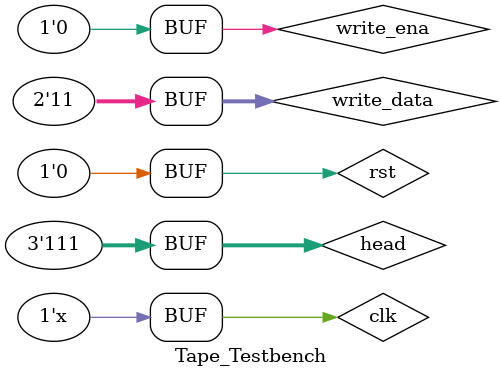
<source format=v>
`timescale 1ns / 1ps


module Tape_Testbench;

	// Inputs
	reg [2:0] head;
	reg write_ena;
	reg rst;
	reg clk;
	reg [1:0] write_data;

	// Outputs
	wire [1:0] read_data;
	//temporary outputs
	wire [1:0] Q0,Q1,Q2,Q3,Q4,Q5,Q6,Q7;

	// Instantiate the Unit Under Test (UUT)
	tape uut (
		.head(head), 
		.write_ena(write_ena), 
		.rst(rst), 
		.clk(clk), 
		.write_data(write_data), 
		.read_data(read_data),
		//temporary outputs
		.Q0(Q0),
		.Q1(Q1),
		.Q2(Q2),
		.Q3(Q3),
		.Q4(Q4),
		.Q5(Q5),
		.Q6(Q6),
		.Q7(Q7)
	);

	initial begin
		// Initialize Inputs
		head = 0;
		write_ena = 0;
		rst = 0;
		clk = 0;
		write_data = 0;

		// Wait 100 ns for global reset to finish
		#100;
		
		/*******Read and write data from the register address within the tape specified by the tape's head*******/
		//testing writes
		write_ena = 1;
		
			  head = 3'b000; write_data = 2'b00;
		#10; head = 3'b001; write_data = 2'b01;
		#10; head = 3'b010; write_data = 2'b10;
		#10; head = 3'b011; write_data = 2'b01;
		#10; head = 3'b100; write_data = 2'b00;
		#10; head = 3'b101; write_data = 2'b01;
		#10; head = 3'b110; write_data = 2'b10;
		#10; head = 3'b111; write_data = 2'b11; //invalid state
		#10;
		
		//testing reads
		write_ena = 0;
		
			  head = 3'b000;
		#10; head = 3'b001;
		#10; head = 3'b010;
		#10; head = 3'b011;
		#10; head = 3'b100;
		#10; head = 3'b101;
		#10; head = 3'b110;
		#10; head = 3'b111;
		#10;
		
		/********Not write new data while attempting to read older data.********/
		write_ena = 0;
		
			  head = 3'b000;
		#10; head = 3'b001;
		#10; head = 3'b010;
		#10; head = 3'b011;
		#10; head = 3'b100;
		#10; head = 3'b101;
		#10; head = 3'b110;
		#10; head = 3'b111;
		#10;
		
		//testing if the tape is synchronous
		write_ena = 1;
		head = 3'b000; write_data = 2'b11; #3;
		write_ena = 0; #7;
		
		rst = 1; #3;
		rst = 0; #7;
		
		//testing reset
		rst = 1; #10;
		rst = 0;
		write_ena = 0;
		
			  head = 3'b000;
		#10; head = 3'b001;
		#10; head = 3'b010;
		#10; head = 3'b011;
		#10; head = 3'b100;
		#10; head = 3'b101;
		#10; head = 3'b110;
		#10; head = 3'b111;
		#10;
		

	end
	
	//simulating the clock
	always #5 clk = !clk;
      
endmodule


</source>
